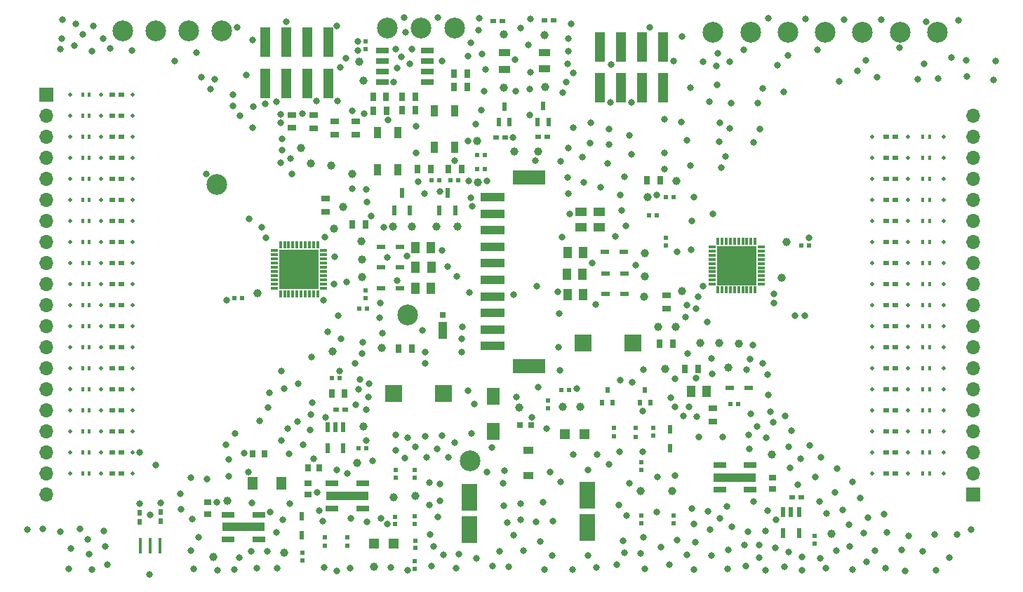
<source format=gbr>
%TF.GenerationSoftware,KiCad,Pcbnew,(6.0.6)*%
%TF.CreationDate,2023-08-16T17:32:26+09:00*%
%TF.ProjectId,TestBoard,54657374-426f-4617-9264-2e6b69636164,rev?*%
%TF.SameCoordinates,PX6c56600PY7f867c0*%
%TF.FileFunction,Soldermask,Top*%
%TF.FilePolarity,Negative*%
%FSLAX46Y46*%
G04 Gerber Fmt 4.6, Leading zero omitted, Abs format (unit mm)*
G04 Created by KiCad (PCBNEW (6.0.6)) date 2023-08-16 17:32:26*
%MOMM*%
%LPD*%
G01*
G04 APERTURE LIST*
%ADD10R,0.650000X0.700000*%
%ADD11R,0.600000X0.620000*%
%ADD12R,0.620000X0.600000*%
%ADD13R,0.750000X0.940000*%
%ADD14R,0.940000X0.750000*%
%ADD15R,0.900000X1.450000*%
%ADD16R,1.150000X1.150000*%
%ADD17R,1.200000X0.850000*%
%ADD18R,4.700000X4.700000*%
%ADD19R,0.850000X0.300000*%
%ADD20R,0.300000X0.850000*%
%ADD21R,0.800000X1.000000*%
%ADD22R,1.000000X0.800000*%
%ADD23R,1.000000X1.400000*%
%ADD24R,2.000000X2.000000*%
%ADD25R,1.100000X0.500000*%
%ADD26R,0.500000X1.100000*%
%ADD27R,1.528000X0.650000*%
%ADD28R,0.500000X1.000000*%
%ADD29R,1.270000X3.680000*%
%ADD30C,1.000000*%
%ADD31C,0.500000*%
%ADD32C,2.500000*%
%ADD33R,1.500000X0.700000*%
%ADD34R,5.200000X1.000000*%
%ADD35R,1.700000X1.700000*%
%ADD36O,1.700000X1.700000*%
%ADD37R,3.000000X1.000000*%
%ADD38R,4.000000X1.800000*%
%ADD39R,1.850000X3.250000*%
%ADD40R,0.400000X1.900000*%
%ADD41R,1.550000X2.000000*%
%ADD42R,0.500000X0.650000*%
%ADD43R,1.250000X1.500000*%
%ADD44R,0.500000X0.475000*%
%ADD45R,1.450000X0.950000*%
%ADD46R,0.800000X0.800000*%
%ADD47R,1.100000X2.000000*%
%ADD48R,0.400000X0.500000*%
%ADD49R,0.700000X0.600000*%
%ADD50R,0.600000X0.700000*%
%ADD51R,1.400000X1.000000*%
%ADD52R,0.600000X1.250000*%
%ADD53R,0.600000X1.200000*%
%ADD54C,0.800000*%
G04 APERTURE END LIST*
D10*
%TO.C,FB1*%
X62530000Y18820000D03*
X61180000Y18820000D03*
%TD*%
D11*
%TO.C,C22*%
X56950000Y51450000D03*
X56030000Y51450000D03*
%TD*%
D12*
%TO.C,C4*%
X48550000Y1470000D03*
X48550000Y2390000D03*
%TD*%
%TO.C,C5*%
X64580000Y21770000D03*
X64580000Y20850000D03*
%TD*%
D11*
%TO.C,C6*%
X67170000Y23070000D03*
X66250000Y23070000D03*
%TD*%
D12*
%TO.C,C7*%
X48500000Y12490000D03*
X48500000Y13410000D03*
%TD*%
%TO.C,C8*%
X48520000Y6910000D03*
X48520000Y7830000D03*
%TD*%
%TO.C,C9*%
X75840000Y13410000D03*
X75840000Y14330000D03*
%TD*%
%TO.C,C10*%
X75860000Y7010000D03*
X75860000Y7930000D03*
%TD*%
%TO.C,C11*%
X46210000Y12500000D03*
X46210000Y13420000D03*
%TD*%
%TO.C,C12*%
X46130000Y6850000D03*
X46130000Y7770000D03*
%TD*%
%TO.C,C19*%
X77340000Y18470000D03*
X77340000Y17550000D03*
%TD*%
%TO.C,C14*%
X79750000Y6960000D03*
X79750000Y7880000D03*
%TD*%
D11*
%TO.C,C15*%
X52870000Y48400000D03*
X53790000Y48400000D03*
%TD*%
%TO.C,C16*%
X50590000Y48400000D03*
X51510000Y48400000D03*
%TD*%
%TO.C,C17*%
X87540000Y21410000D03*
X86620000Y21410000D03*
%TD*%
%TO.C,C20*%
X56950000Y49760000D03*
X56030000Y49760000D03*
%TD*%
D12*
%TO.C,C18*%
X34990000Y2470000D03*
X34990000Y3390000D03*
%TD*%
%TO.C,C3*%
X48610000Y3970000D03*
X48610000Y4890000D03*
%TD*%
D13*
%TO.C,C21*%
X35620000Y13700000D03*
X37020000Y13700000D03*
%TD*%
%TO.C,C26*%
X28995000Y15360000D03*
X30395000Y15360000D03*
%TD*%
D14*
%TO.C,C25*%
X91715000Y12520000D03*
X91715000Y11120000D03*
%TD*%
%TO.C,C24*%
X23570000Y9490000D03*
X23570000Y8090000D03*
%TD*%
%TO.C,C23*%
X35645000Y10440000D03*
X35645000Y11840000D03*
%TD*%
D15*
%TO.C,FL2*%
X50885000Y52350000D03*
X50885000Y56800000D03*
X53385000Y56800000D03*
X53385000Y52350000D03*
%TD*%
%TO.C,FL1*%
X44015000Y49660000D03*
X44015000Y54110000D03*
X46515000Y54110000D03*
X46515000Y49660000D03*
%TD*%
D16*
%TO.C,R2*%
X69000000Y17760000D03*
X66650000Y17760000D03*
%TD*%
%TO.C,R1*%
X43640000Y4550000D03*
X45990000Y4550000D03*
%TD*%
D17*
%TO.C,Z1*%
X62225000Y12730000D03*
X62225000Y15780000D03*
%TD*%
D18*
%TO.C,IC6*%
X34565000Y37625000D03*
D19*
X37515000Y39875000D03*
X37515000Y39375000D03*
X37515000Y38875000D03*
X37515000Y38375000D03*
X37515000Y37875000D03*
X37515000Y37375000D03*
X37515000Y36875000D03*
X37515000Y36375000D03*
X37515000Y35875000D03*
X37515000Y35375000D03*
D20*
X36815000Y34675000D03*
X36315000Y34675000D03*
X35815000Y34675000D03*
X35315000Y34675000D03*
X34815000Y34675000D03*
X34315000Y34675000D03*
X33815000Y34675000D03*
X33315000Y34675000D03*
X32815000Y34675000D03*
X32315000Y34675000D03*
D19*
X31615000Y35375000D03*
X31615000Y35875000D03*
X31615000Y36375000D03*
X31615000Y36875000D03*
X31615000Y37375000D03*
X31615000Y37875000D03*
X31615000Y38375000D03*
X31615000Y38875000D03*
X31615000Y39375000D03*
X31615000Y39875000D03*
D20*
X32315000Y40575000D03*
X32815000Y40575000D03*
X33315000Y40575000D03*
X33815000Y40575000D03*
X34315000Y40575000D03*
X34815000Y40575000D03*
X35315000Y40575000D03*
X35815000Y40575000D03*
X36315000Y40575000D03*
X36815000Y40575000D03*
%TD*%
%TO.C,IC5*%
X85105000Y35135000D03*
X85605000Y35135000D03*
X86105000Y35135000D03*
X86605000Y35135000D03*
X87105000Y35135000D03*
X87605000Y35135000D03*
X88105000Y35135000D03*
X88605000Y35135000D03*
X89105000Y35135000D03*
X89605000Y35135000D03*
D19*
X90305000Y35835000D03*
X90305000Y36335000D03*
X90305000Y36835000D03*
X90305000Y37335000D03*
X90305000Y37835000D03*
X90305000Y38335000D03*
X90305000Y38835000D03*
X90305000Y39335000D03*
X90305000Y39835000D03*
X90305000Y40335000D03*
D20*
X89605000Y41035000D03*
X89105000Y41035000D03*
X88605000Y41035000D03*
X88105000Y41035000D03*
X87605000Y41035000D03*
X87105000Y41035000D03*
X86605000Y41035000D03*
X86105000Y41035000D03*
X85605000Y41035000D03*
X85105000Y41035000D03*
D19*
X84405000Y40335000D03*
X84405000Y39835000D03*
X84405000Y39335000D03*
X84405000Y38835000D03*
X84405000Y38335000D03*
X84405000Y37835000D03*
X84405000Y37335000D03*
X84405000Y36835000D03*
X84405000Y36335000D03*
X84405000Y35835000D03*
D18*
X87355000Y38085000D03*
%TD*%
D21*
%TO.C,R11*%
X46980000Y56860000D03*
X48580000Y56860000D03*
%TD*%
%TO.C,R12*%
X43530000Y56780000D03*
X45130000Y56780000D03*
%TD*%
%TO.C,R13*%
X46970000Y58470000D03*
X48570000Y58470000D03*
%TD*%
%TO.C,R14*%
X45080000Y58450000D03*
X43480000Y58450000D03*
%TD*%
%TO.C,R16*%
X53290000Y59660000D03*
X54890000Y59660000D03*
%TD*%
D22*
%TO.C,R17*%
X38840000Y53860000D03*
X38840000Y55460000D03*
%TD*%
%TO.C,R18*%
X41420000Y53890000D03*
X41420000Y55490000D03*
%TD*%
D21*
%TO.C,R19*%
X76550000Y48350000D03*
X78150000Y48350000D03*
%TD*%
%TO.C,R20*%
X82700000Y25590000D03*
X81100000Y25590000D03*
%TD*%
%TO.C,R21*%
X48140000Y28070000D03*
X46540000Y28070000D03*
%TD*%
D22*
%TO.C,R22*%
X36330000Y54650000D03*
X36330000Y56250000D03*
%TD*%
%TO.C,R23*%
X33720000Y54690000D03*
X33720000Y56290000D03*
%TD*%
D21*
%TO.C,R24*%
X79650000Y28660000D03*
X78050000Y28660000D03*
%TD*%
D22*
%TO.C,R25*%
X37790000Y44540000D03*
X37790000Y46140000D03*
%TD*%
D21*
%TO.C,R26*%
X40090000Y22680000D03*
X38490000Y22680000D03*
%TD*%
%TO.C,R28*%
X42590000Y43030000D03*
X40990000Y43030000D03*
%TD*%
D22*
%TO.C,R27*%
X78940000Y32920000D03*
X78940000Y34520000D03*
%TD*%
D21*
%TO.C,R15*%
X53290000Y61280000D03*
X54890000Y61280000D03*
%TD*%
D22*
%TO.C,R7*%
X84490000Y20840000D03*
X84490000Y19240000D03*
%TD*%
D21*
%TO.C,R9*%
X52550000Y49760000D03*
X54150000Y49760000D03*
%TD*%
%TO.C,R10*%
X48840000Y49770000D03*
X50440000Y49770000D03*
%TD*%
D23*
%TO.C,R5*%
X83760000Y22880000D03*
X81860000Y22880000D03*
%TD*%
D24*
%TO.C,S2*%
X45975000Y22635000D03*
X51975000Y22635000D03*
%TD*%
%TO.C,S1*%
X74815000Y28735000D03*
X68815000Y28735000D03*
%TD*%
D25*
%TO.C,Z10*%
X44425000Y35350000D03*
X46725000Y35350000D03*
%TD*%
%TO.C,Z9*%
X44445000Y37860000D03*
X46745000Y37860000D03*
%TD*%
%TO.C,Z8*%
X73775000Y39730000D03*
X71475000Y39730000D03*
%TD*%
%TO.C,Z7*%
X44435000Y40370000D03*
X46735000Y40370000D03*
%TD*%
%TO.C,Z6*%
X73815000Y37150000D03*
X71515000Y37150000D03*
%TD*%
%TO.C,Z5*%
X73825000Y34620000D03*
X71525000Y34620000D03*
%TD*%
D26*
%TO.C,Z4*%
X79335000Y18330000D03*
X79335000Y16030000D03*
%TD*%
%TO.C,Z3*%
X34905000Y7820000D03*
X34905000Y5520000D03*
%TD*%
D25*
%TO.C,Z2*%
X88825000Y23330000D03*
X86525000Y23330000D03*
%TD*%
D27*
%TO.C,IC4*%
X50026000Y64055000D03*
X50026000Y62785000D03*
X50026000Y61515000D03*
X50026000Y60245000D03*
X44604000Y60245000D03*
X44604000Y61515000D03*
X44604000Y62785000D03*
X44604000Y64055000D03*
%TD*%
D28*
%TO.C,Q1*%
X64025000Y57315000D03*
X64675000Y55415000D03*
X63375000Y55415000D03*
%TD*%
%TO.C,Q2*%
X59335000Y57305000D03*
X59985000Y55405000D03*
X58685000Y55405000D03*
%TD*%
D29*
%TO.C,J2*%
X30460000Y60100000D03*
X30460000Y65050000D03*
X33000000Y60100000D03*
X33000000Y65050000D03*
X35540000Y60100000D03*
X35540000Y65050000D03*
X38080000Y60100000D03*
X38080000Y65050000D03*
%TD*%
%TO.C,J1*%
X70860000Y59530000D03*
X70860000Y64480000D03*
X73400000Y59530000D03*
X73400000Y64480000D03*
X75940000Y59530000D03*
X75940000Y64480000D03*
X78480000Y59530000D03*
X78480000Y64480000D03*
%TD*%
D30*
%TO.C,TP185*%
X92820000Y36570000D03*
%TD*%
D31*
%TO.C,TP70*%
X103690000Y43500000D03*
%TD*%
%TO.C,TP69*%
X103690000Y38420000D03*
%TD*%
%TO.C,TP143*%
X112350000Y38420000D03*
%TD*%
%TO.C,TP144*%
X112350000Y43500000D03*
%TD*%
D30*
%TO.C,TP61*%
X93370000Y40920000D03*
%TD*%
%TO.C,TP58*%
X34840000Y52290000D03*
%TD*%
%TO.C,TP180*%
X60500000Y51810000D03*
%TD*%
%TO.C,TP141*%
X80800000Y34990000D03*
%TD*%
%TO.C,TP142*%
X38790000Y42570000D03*
%TD*%
%TO.C,TP25*%
X98770000Y5680000D03*
%TD*%
%TO.C,TP22*%
X56050000Y53110000D03*
%TD*%
%TO.C,TP15*%
X66400000Y20990000D03*
%TD*%
%TO.C,TP14*%
X43610000Y1740000D03*
%TD*%
%TO.C,TP13*%
X51170000Y42770000D03*
%TD*%
%TO.C,TP12*%
X53690000Y42810000D03*
%TD*%
%TO.C,TP52*%
X38580000Y27680000D03*
%TD*%
%TO.C,TP53*%
X83000000Y28720000D03*
%TD*%
%TO.C,TP7*%
X78780000Y25630000D03*
%TD*%
%TO.C,TP5*%
X48640000Y10260000D03*
%TD*%
%TO.C,TP23*%
X25880000Y9680000D03*
%TD*%
%TO.C,TP42*%
X39860000Y45190000D03*
%TD*%
%TO.C,TP41*%
X79990000Y30710000D03*
%TD*%
%TO.C,TP179*%
X63420000Y51860000D03*
%TD*%
D32*
%TO.C,TP56*%
X89041700Y66220000D03*
%TD*%
%TO.C,TP59*%
X24660000Y47890000D03*
%TD*%
%TO.C,TP21*%
X102576700Y66220000D03*
%TD*%
%TO.C,TP20*%
X17266500Y66450000D03*
%TD*%
%TO.C,TP39*%
X84530000Y66220000D03*
%TD*%
%TO.C,TP45*%
X13274800Y66450000D03*
%TD*%
%TO.C,TP44*%
X98065000Y66220000D03*
%TD*%
%TO.C,TP40*%
X49305000Y66730000D03*
%TD*%
D33*
%TO.C,IC1*%
X38560000Y11770000D03*
X38560000Y8790000D03*
X42240000Y8790000D03*
D34*
X40385000Y10280000D03*
D33*
X42240000Y11770000D03*
%TD*%
%TO.C,IC2*%
X88990000Y11000000D03*
X88990000Y13980000D03*
X85310000Y13980000D03*
D34*
X87165000Y12490000D03*
D33*
X85310000Y11000000D03*
%TD*%
%TO.C,IC3*%
X26000000Y8010000D03*
X26000000Y5030000D03*
X29680000Y5030000D03*
D34*
X27825000Y6520000D03*
D33*
X29680000Y8010000D03*
%TD*%
D35*
%TO.C,J3*%
X115900000Y10480000D03*
D36*
X115900000Y13020000D03*
X115900000Y15560000D03*
X115900000Y18100000D03*
X115900000Y20640000D03*
X115900000Y23180000D03*
X115900000Y25720000D03*
X115900000Y28260000D03*
X115900000Y30800000D03*
X115900000Y33340000D03*
X115900000Y35880000D03*
X115900000Y38420000D03*
X115900000Y40960000D03*
X115900000Y43500000D03*
X115900000Y46040000D03*
X115900000Y48580000D03*
X115900000Y51120000D03*
X115900000Y53660000D03*
X115900000Y56200000D03*
%TD*%
D35*
%TO.C,J4*%
X4090000Y58723800D03*
D36*
X4090000Y56183800D03*
X4090000Y53643800D03*
X4090000Y51103800D03*
X4090000Y48563800D03*
X4090000Y46023800D03*
X4090000Y43483800D03*
X4090000Y40943800D03*
X4090000Y38403800D03*
X4090000Y35863800D03*
X4090000Y33323800D03*
X4090000Y30783800D03*
X4090000Y28243800D03*
X4090000Y25703800D03*
X4090000Y23163800D03*
X4090000Y20623800D03*
X4090000Y18083800D03*
X4090000Y15543800D03*
X4090000Y13003800D03*
X4090000Y10463800D03*
%TD*%
D37*
%TO.C,U1*%
X57905000Y46355000D03*
X57905000Y44355000D03*
X57905000Y42355000D03*
X57905000Y40355000D03*
X57905000Y38355000D03*
X57905000Y36355000D03*
X57905000Y34355000D03*
X57905000Y32355000D03*
X57905000Y30355000D03*
X57905000Y28355000D03*
D38*
X62305000Y25955000D03*
X62305000Y48755000D03*
%TD*%
D39*
%TO.C,C2*%
X69385000Y10330000D03*
X69385000Y6430000D03*
%TD*%
%TO.C,C1*%
X55150000Y10075000D03*
X55150000Y6175000D03*
%TD*%
D11*
%TO.C,U14*%
X78850000Y46320000D03*
X79770000Y46320000D03*
%TD*%
%TO.C,U13*%
X41720000Y16050000D03*
X42640000Y16050000D03*
%TD*%
%TO.C,U23*%
X27690000Y34160000D03*
X26770000Y34160000D03*
%TD*%
D12*
%TO.C,U9*%
X96760000Y5470000D03*
X96760000Y4550000D03*
%TD*%
%TO.C,U12*%
X42560000Y65110000D03*
X42560000Y64190000D03*
%TD*%
D11*
%TO.C,U17*%
X38520000Y24460000D03*
X39440000Y24460000D03*
%TD*%
%TO.C,U22*%
X95140000Y40540000D03*
X96060000Y40540000D03*
%TD*%
%TO.C,U21*%
X41860000Y32860000D03*
X42780000Y32860000D03*
%TD*%
%TO.C,U20*%
X77750000Y44160000D03*
X76830000Y44160000D03*
%TD*%
D12*
%TO.C,U19*%
X42610000Y35080000D03*
X42610000Y34160000D03*
%TD*%
%TO.C,U18*%
X78820000Y40500000D03*
X78820000Y41420000D03*
%TD*%
D40*
%TO.C,U70*%
X15375000Y4245000D03*
X16575000Y4245000D03*
X17775000Y4245000D03*
%TD*%
D41*
%TO.C,U2*%
X58000000Y18060000D03*
X58000000Y22260000D03*
%TD*%
D42*
%TO.C,U5*%
X76975000Y21510000D03*
X75675000Y21510000D03*
X76325000Y23060000D03*
%TD*%
%TO.C,U7*%
X72435000Y21510000D03*
X71135000Y21510000D03*
X71785000Y23060000D03*
%TD*%
D43*
%TO.C,U8*%
X32410000Y11820000D03*
X28960000Y11820000D03*
%TD*%
D44*
%TO.C,R8*%
X75162500Y18452500D03*
X75162500Y17427500D03*
%TD*%
%TO.C,R6*%
X37712500Y4277500D03*
X37712500Y5302500D03*
%TD*%
%TO.C,R3*%
X40352500Y4257500D03*
X40352500Y5282500D03*
%TD*%
%TO.C,R4*%
X72542500Y18482500D03*
X72542500Y17457500D03*
%TD*%
D45*
%TO.C,LED1*%
X64155000Y61815000D03*
X64155000Y63815000D03*
%TD*%
%TO.C,LED2*%
X59375000Y61765000D03*
X59375000Y63765000D03*
%TD*%
D46*
%TO.C,U3*%
X51915000Y32145000D03*
D47*
X51915000Y30245000D03*
%TD*%
D48*
%TO.C,U74*%
X110645000Y48580000D03*
X109845000Y48580000D03*
%TD*%
%TO.C,U72*%
X110645000Y53660000D03*
X109845000Y53660000D03*
%TD*%
%TO.C,U71*%
X110645000Y15560000D03*
X109845000Y15560000D03*
%TD*%
%TO.C,U73*%
X110645000Y51120000D03*
X109845000Y51120000D03*
%TD*%
%TO.C,U106*%
X9235000Y58723800D03*
X8435000Y58723800D03*
%TD*%
%TO.C,U105*%
X9235000Y56183800D03*
X8435000Y56183800D03*
%TD*%
%TO.C,U104*%
X8435000Y53643800D03*
X9235000Y53643800D03*
%TD*%
%TO.C,U103*%
X8435000Y51103800D03*
X9235000Y51103800D03*
%TD*%
%TO.C,U102*%
X8435000Y48563800D03*
X9235000Y48563800D03*
%TD*%
%TO.C,U101*%
X8435000Y46023800D03*
X9235000Y46023800D03*
%TD*%
%TO.C,U100*%
X8435000Y43483800D03*
X9235000Y43483800D03*
%TD*%
%TO.C,U99*%
X8435000Y40943800D03*
X9235000Y40943800D03*
%TD*%
%TO.C,U98*%
X8435000Y38403800D03*
X9235000Y38403800D03*
%TD*%
%TO.C,U97*%
X8435000Y35863800D03*
X9235000Y35863800D03*
%TD*%
%TO.C,U96*%
X8435000Y33323800D03*
X9235000Y33323800D03*
%TD*%
%TO.C,U95*%
X9235000Y30783800D03*
X8435000Y30783800D03*
%TD*%
%TO.C,U94*%
X8435000Y28243800D03*
X9235000Y28243800D03*
%TD*%
%TO.C,U93*%
X8435000Y25703800D03*
X9235000Y25703800D03*
%TD*%
%TO.C,U92*%
X8435000Y23163800D03*
X9235000Y23163800D03*
%TD*%
%TO.C,U91*%
X8435000Y20623800D03*
X9235000Y20623800D03*
%TD*%
%TO.C,U90*%
X8435000Y18083800D03*
X9235000Y18083800D03*
%TD*%
%TO.C,U89*%
X8435000Y15543800D03*
X9235000Y15543800D03*
%TD*%
%TO.C,U88*%
X8435000Y13003800D03*
X9235000Y13003800D03*
%TD*%
%TO.C,U87*%
X110645000Y13020000D03*
X109845000Y13020000D03*
%TD*%
%TO.C,U86*%
X109845000Y18100000D03*
X110645000Y18100000D03*
%TD*%
%TO.C,U85*%
X109845000Y20640000D03*
X110645000Y20640000D03*
%TD*%
%TO.C,U84*%
X109845000Y23180000D03*
X110645000Y23180000D03*
%TD*%
%TO.C,U83*%
X109845000Y25720000D03*
X110645000Y25720000D03*
%TD*%
%TO.C,U82*%
X109845000Y28260000D03*
X110645000Y28260000D03*
%TD*%
%TO.C,U81*%
X109845000Y30800000D03*
X110645000Y30800000D03*
%TD*%
%TO.C,U80*%
X109845000Y33340000D03*
X110645000Y33340000D03*
%TD*%
%TO.C,U79*%
X110645000Y35880000D03*
X109845000Y35880000D03*
%TD*%
%TO.C,U78*%
X110645000Y38420000D03*
X109845000Y38420000D03*
%TD*%
%TO.C,U77*%
X110645000Y40960000D03*
X109845000Y40960000D03*
%TD*%
%TO.C,U76*%
X110645000Y43500000D03*
X109845000Y43500000D03*
%TD*%
%TO.C,U75*%
X110645000Y46040000D03*
X109845000Y46040000D03*
%TD*%
D49*
%TO.C,U110*%
X57960000Y67590000D03*
X59060000Y67590000D03*
%TD*%
%TO.C,U109*%
X65290000Y67700000D03*
X64190000Y67700000D03*
%TD*%
%TO.C,U108*%
X59410000Y53580000D03*
X58310000Y53580000D03*
%TD*%
%TO.C,U107*%
X64510000Y53590000D03*
X63410000Y53590000D03*
%TD*%
%TO.C,U69*%
X13110000Y58723800D03*
X12010000Y58723800D03*
%TD*%
%TO.C,U68*%
X13110000Y56183800D03*
X12010000Y56183800D03*
%TD*%
%TO.C,U67*%
X12010000Y53643800D03*
X13110000Y53643800D03*
%TD*%
%TO.C,U66*%
X12010000Y51103800D03*
X13110000Y51103800D03*
%TD*%
%TO.C,U65*%
X12010000Y48563800D03*
X13110000Y48563800D03*
%TD*%
%TO.C,U64*%
X12010000Y46023800D03*
X13110000Y46023800D03*
%TD*%
%TO.C,U63*%
X12010000Y43483800D03*
X13110000Y43483800D03*
%TD*%
%TO.C,U62*%
X12010000Y40943800D03*
X13110000Y40943800D03*
%TD*%
%TO.C,U61*%
X12010000Y38403800D03*
X13110000Y38403800D03*
%TD*%
%TO.C,U60*%
X12010000Y35863800D03*
X13110000Y35863800D03*
%TD*%
%TO.C,U59*%
X12010000Y33323800D03*
X13110000Y33323800D03*
%TD*%
%TO.C,U58*%
X13110000Y30783800D03*
X12010000Y30783800D03*
%TD*%
%TO.C,U57*%
X12010000Y28243800D03*
X13110000Y28243800D03*
%TD*%
%TO.C,U56*%
X12010000Y25703800D03*
X13110000Y25703800D03*
%TD*%
%TO.C,U55*%
X12010000Y23163800D03*
X13110000Y23163800D03*
%TD*%
%TO.C,U54*%
X12010000Y20623800D03*
X13110000Y20623800D03*
%TD*%
%TO.C,U53*%
X12010000Y18083800D03*
X13110000Y18083800D03*
%TD*%
%TO.C,U52*%
X13110000Y15543800D03*
X12010000Y15543800D03*
%TD*%
%TO.C,U51*%
X12010000Y13003800D03*
X13110000Y13003800D03*
%TD*%
%TO.C,U50*%
X106540000Y13020000D03*
X105440000Y13020000D03*
%TD*%
%TO.C,U49*%
X106540000Y18100000D03*
X105440000Y18100000D03*
%TD*%
%TO.C,U48*%
X106540000Y20640000D03*
X105440000Y20640000D03*
%TD*%
%TO.C,U47*%
X106540000Y23180000D03*
X105440000Y23180000D03*
%TD*%
%TO.C,U46*%
X106540000Y25720000D03*
X105440000Y25720000D03*
%TD*%
%TO.C,U45*%
X106540000Y28260000D03*
X105440000Y28260000D03*
%TD*%
%TO.C,U44*%
X105440000Y30800000D03*
X106540000Y30800000D03*
%TD*%
%TO.C,U43*%
X105440000Y33340000D03*
X106540000Y33340000D03*
%TD*%
%TO.C,U42*%
X105440000Y35880000D03*
X106540000Y35880000D03*
%TD*%
%TO.C,U41*%
X105440000Y38420000D03*
X106540000Y38420000D03*
%TD*%
%TO.C,U40*%
X105440000Y40960000D03*
X106540000Y40960000D03*
%TD*%
%TO.C,U39*%
X105440000Y43500000D03*
X106540000Y43500000D03*
%TD*%
%TO.C,U38*%
X105440000Y46040000D03*
X106540000Y46040000D03*
%TD*%
%TO.C,U37*%
X105440000Y48580000D03*
X106540000Y48580000D03*
%TD*%
%TO.C,U36*%
X106540000Y51120000D03*
X105440000Y51120000D03*
%TD*%
%TO.C,U35*%
X106540000Y15560000D03*
X105440000Y15560000D03*
%TD*%
%TO.C,U34*%
X106540000Y53660000D03*
X105440000Y53660000D03*
%TD*%
D50*
%TO.C,U33*%
X15370000Y8280000D03*
X15370000Y7180000D03*
%TD*%
%TO.C,U32*%
X17900000Y7220000D03*
X17900000Y8320000D03*
%TD*%
D49*
%TO.C,U16*%
X40170000Y20650000D03*
X39070000Y20650000D03*
%TD*%
%TO.C,U11*%
X95150000Y10070000D03*
X94050000Y10070000D03*
%TD*%
D23*
%TO.C,U29*%
X50520000Y37870000D03*
X48620000Y37870000D03*
%TD*%
%TO.C,U28*%
X68760000Y37070000D03*
X66860000Y37070000D03*
%TD*%
%TO.C,U27*%
X68850000Y34580000D03*
X66950000Y34580000D03*
%TD*%
%TO.C,U26*%
X48590000Y40280000D03*
X50490000Y40280000D03*
%TD*%
D51*
%TO.C,U25*%
X70780000Y44590000D03*
X70780000Y42690000D03*
%TD*%
%TO.C,U24*%
X68580000Y42670000D03*
X68580000Y44570000D03*
%TD*%
D23*
%TO.C,U31*%
X50500000Y35330000D03*
X48600000Y35330000D03*
%TD*%
%TO.C,U30*%
X68860000Y39670000D03*
X66960000Y39670000D03*
%TD*%
D52*
%TO.C,U6*%
X51510000Y44775000D03*
X53410000Y44775000D03*
X52460000Y46875000D03*
%TD*%
%TO.C,U4*%
X46055000Y44720000D03*
X47955000Y44720000D03*
X47005000Y46820000D03*
%TD*%
D53*
%TO.C,U10*%
X94880000Y8290000D03*
X93930000Y8290000D03*
X92980000Y8290000D03*
X92980000Y5790000D03*
X94880000Y5790000D03*
%TD*%
%TO.C,U15*%
X39900000Y18540000D03*
X38950000Y18540000D03*
X38000000Y18540000D03*
X38000000Y16040000D03*
X39900000Y16040000D03*
%TD*%
D31*
%TO.C,TP115*%
X108060000Y25720000D03*
%TD*%
%TO.C,TP114*%
X108060000Y28260000D03*
%TD*%
%TO.C,TP113*%
X108060000Y30800000D03*
%TD*%
%TO.C,TP112*%
X108060000Y33340000D03*
%TD*%
%TO.C,TP111*%
X108060000Y40960000D03*
%TD*%
%TO.C,TP110*%
X108060000Y46040000D03*
%TD*%
%TO.C,TP109*%
X108060000Y48580000D03*
%TD*%
%TO.C,TP108*%
X108060000Y51120000D03*
%TD*%
%TO.C,TP107*%
X108060000Y53660000D03*
%TD*%
%TO.C,TP106*%
X108060000Y43500000D03*
%TD*%
%TO.C,TP105*%
X108060000Y38420000D03*
%TD*%
%TO.C,TP104*%
X14480000Y58723800D03*
%TD*%
%TO.C,TP103*%
X14480000Y56183800D03*
%TD*%
%TO.C,TP102*%
X14480000Y53643800D03*
%TD*%
%TO.C,TP101*%
X14480000Y51103800D03*
%TD*%
%TO.C,TP100*%
X14480000Y48563800D03*
%TD*%
%TO.C,TP99*%
X14480000Y46023800D03*
%TD*%
%TO.C,TP98*%
X14480000Y18083800D03*
%TD*%
%TO.C,TP97*%
X14480000Y43483800D03*
%TD*%
%TO.C,TP96*%
X14480000Y40943800D03*
%TD*%
%TO.C,TP95*%
X14480000Y38403800D03*
%TD*%
%TO.C,TP94*%
X14480000Y35863800D03*
%TD*%
%TO.C,TP93*%
X14480000Y33323800D03*
%TD*%
%TO.C,TP92*%
X14480000Y28243800D03*
%TD*%
%TO.C,TP91*%
X14480000Y25703800D03*
%TD*%
%TO.C,TP90*%
X14480000Y23163800D03*
%TD*%
%TO.C,TP89*%
X14480000Y20623800D03*
%TD*%
%TO.C,TP88*%
X14480000Y15543800D03*
%TD*%
%TO.C,TP87*%
X14480000Y13003800D03*
%TD*%
%TO.C,TP86*%
X14480000Y30783800D03*
%TD*%
%TO.C,TP85*%
X103690000Y13020000D03*
%TD*%
%TO.C,TP84*%
X103690000Y15560000D03*
%TD*%
%TO.C,TP83*%
X103690000Y18100000D03*
%TD*%
%TO.C,TP82*%
X103690000Y20640000D03*
%TD*%
%TO.C,TP81*%
X103690000Y35880000D03*
%TD*%
%TO.C,TP80*%
X103690000Y23180000D03*
%TD*%
%TO.C,TP79*%
X103690000Y25720000D03*
%TD*%
%TO.C,TP78*%
X103690000Y28260000D03*
%TD*%
%TO.C,TP77*%
X103690000Y30800000D03*
%TD*%
%TO.C,TP76*%
X103690000Y33340000D03*
%TD*%
%TO.C,TP75*%
X103690000Y40960000D03*
%TD*%
%TO.C,TP74*%
X103690000Y46040000D03*
%TD*%
%TO.C,TP73*%
X103690000Y48580000D03*
%TD*%
%TO.C,TP72*%
X103690000Y51120000D03*
%TD*%
%TO.C,TP71*%
X103690000Y53660000D03*
%TD*%
%TO.C,TP161*%
X6920000Y13003800D03*
%TD*%
%TO.C,TP163*%
X6920000Y20623800D03*
%TD*%
%TO.C,TP164*%
X6920000Y23163800D03*
%TD*%
%TO.C,TP165*%
X6920000Y25703800D03*
%TD*%
%TO.C,TP166*%
X6920000Y28243800D03*
%TD*%
%TO.C,TP167*%
X6920000Y33323800D03*
%TD*%
%TO.C,TP168*%
X6920000Y35863800D03*
%TD*%
%TO.C,TP169*%
X6920000Y38403800D03*
%TD*%
%TO.C,TP170*%
X6920000Y40943800D03*
%TD*%
%TO.C,TP171*%
X6920000Y43483800D03*
%TD*%
%TO.C,TP172*%
X6920000Y18083800D03*
%TD*%
%TO.C,TP173*%
X6920000Y46023800D03*
%TD*%
%TO.C,TP174*%
X6920000Y48563800D03*
%TD*%
%TO.C,TP175*%
X6920000Y51103800D03*
%TD*%
%TO.C,TP176*%
X6920000Y53643800D03*
%TD*%
%TO.C,TP177*%
X6920000Y56183800D03*
%TD*%
%TO.C,TP178*%
X6920000Y58723800D03*
%TD*%
%TO.C,TP162*%
X6920000Y15543800D03*
%TD*%
%TO.C,TP117*%
X108060000Y35880000D03*
%TD*%
%TO.C,TP118*%
X108060000Y20640000D03*
%TD*%
%TO.C,TP119*%
X108060000Y18100000D03*
%TD*%
%TO.C,TP120*%
X108060000Y15560000D03*
%TD*%
%TO.C,TP121*%
X108060000Y13020000D03*
%TD*%
%TO.C,TP122*%
X10700000Y30783800D03*
%TD*%
%TO.C,TP123*%
X10700000Y13003800D03*
%TD*%
%TO.C,TP124*%
X10700000Y15543800D03*
%TD*%
%TO.C,TP125*%
X10700000Y20623800D03*
%TD*%
%TO.C,TP126*%
X10700000Y23163800D03*
%TD*%
%TO.C,TP127*%
X10700000Y25703800D03*
%TD*%
%TO.C,TP128*%
X10700000Y28243800D03*
%TD*%
%TO.C,TP129*%
X10700000Y33323800D03*
%TD*%
%TO.C,TP130*%
X10700000Y35863800D03*
%TD*%
%TO.C,TP131*%
X10700000Y38403800D03*
%TD*%
%TO.C,TP132*%
X10700000Y40943800D03*
%TD*%
%TO.C,TP133*%
X10700000Y43483800D03*
%TD*%
%TO.C,TP134*%
X10700000Y18083800D03*
%TD*%
%TO.C,TP135*%
X10700000Y46023800D03*
%TD*%
%TO.C,TP136*%
X10700000Y48563800D03*
%TD*%
%TO.C,TP137*%
X10700000Y51103800D03*
%TD*%
%TO.C,TP138*%
X10700000Y53643800D03*
%TD*%
%TO.C,TP139*%
X10700000Y56183800D03*
%TD*%
%TO.C,TP140*%
X10700000Y58723800D03*
%TD*%
%TO.C,TP145*%
X112350000Y53660000D03*
%TD*%
%TO.C,TP116*%
X108060000Y23180000D03*
%TD*%
%TO.C,TP146*%
X112350000Y51120000D03*
%TD*%
%TO.C,TP147*%
X112350000Y48580000D03*
%TD*%
%TO.C,TP148*%
X112350000Y46040000D03*
%TD*%
%TO.C,TP149*%
X112350000Y40960000D03*
%TD*%
%TO.C,TP150*%
X112350000Y33340000D03*
%TD*%
%TO.C,TP151*%
X112350000Y30800000D03*
%TD*%
%TO.C,TP152*%
X112350000Y28260000D03*
%TD*%
%TO.C,TP153*%
X112350000Y25720000D03*
%TD*%
%TO.C,TP154*%
X112350000Y23180000D03*
%TD*%
%TO.C,TP155*%
X112350000Y35880000D03*
%TD*%
%TO.C,TP156*%
X112350000Y20640000D03*
%TD*%
%TO.C,TP157*%
X112350000Y18100000D03*
%TD*%
%TO.C,TP158*%
X112350000Y15560000D03*
%TD*%
%TO.C,TP159*%
X112350000Y13020000D03*
%TD*%
%TO.C,TP160*%
X6920000Y30783800D03*
%TD*%
D30*
%TO.C,TP68*%
X42200000Y36690000D03*
%TD*%
%TO.C,TP67*%
X76270000Y39590000D03*
%TD*%
%TO.C,TP66*%
X42150000Y38830000D03*
%TD*%
%TO.C,TP65*%
X76300000Y36820000D03*
%TD*%
%TO.C,TP64*%
X42070000Y41040000D03*
%TD*%
%TO.C,TP63*%
X76180000Y34300000D03*
%TD*%
%TO.C,TP62*%
X29580000Y34770000D03*
%TD*%
%TO.C,TP10*%
X48160000Y42760000D03*
%TD*%
%TO.C,TP60*%
X68530000Y21010000D03*
%TD*%
%TO.C,TP32*%
X41790000Y62670000D03*
%TD*%
%TO.C,TP57*%
X36010000Y50400000D03*
%TD*%
%TO.C,TP55*%
X87650000Y28680000D03*
%TD*%
%TO.C,TP54*%
X85300000Y28710000D03*
%TD*%
%TO.C,TP31*%
X76610000Y46350000D03*
%TD*%
%TO.C,TP30*%
X42360000Y60430000D03*
%TD*%
%TO.C,TP24*%
X24250000Y2950000D03*
%TD*%
%TO.C,TP181*%
X64180000Y65940000D03*
%TD*%
%TO.C,TP18*%
X32760000Y3420000D03*
%TD*%
%TO.C,TP17*%
X56150000Y48150000D03*
%TD*%
%TO.C,TP182*%
X64250000Y59680000D03*
%TD*%
%TO.C,TP184*%
X59250000Y59590000D03*
%TD*%
%TO.C,TP19*%
X91650000Y15260000D03*
%TD*%
%TO.C,TP11*%
X45910000Y42750000D03*
%TD*%
%TO.C,TP183*%
X59310000Y65950000D03*
%TD*%
%TO.C,TP9*%
X79570000Y10910000D03*
%TD*%
%TO.C,TP8*%
X46010000Y10120000D03*
%TD*%
%TO.C,TP6*%
X75800000Y10840000D03*
%TD*%
%TO.C,TP2*%
X61130000Y20980000D03*
%TD*%
%TO.C,TP16*%
X86370000Y25730000D03*
%TD*%
%TO.C,TP43*%
X42350000Y18700000D03*
%TD*%
%TO.C,TP38*%
X44500000Y28130000D03*
%TD*%
%TO.C,TP37*%
X77930000Y30670000D03*
%TD*%
%TO.C,TP36*%
X40970000Y49110000D03*
%TD*%
%TO.C,TP35*%
X38420000Y50120000D03*
%TD*%
%TO.C,TP34*%
X80100000Y48290000D03*
%TD*%
%TO.C,TP33*%
X41610000Y14260000D03*
%TD*%
D32*
%TO.C,TP46*%
X107088300Y66220000D03*
%TD*%
%TO.C,TP1*%
X25250000Y66450000D03*
%TD*%
%TO.C,TP4*%
X47650000Y32080000D03*
%TD*%
%TO.C,TP47*%
X53370000Y66730000D03*
%TD*%
%TO.C,TP48*%
X93553300Y66220000D03*
%TD*%
%TO.C,TP49*%
X21258300Y66450000D03*
%TD*%
%TO.C,TP50*%
X111600000Y66220000D03*
%TD*%
%TO.C,TP51*%
X45240000Y66730000D03*
%TD*%
%TO.C,TP3*%
X55190000Y14550000D03*
%TD*%
D54*
X75220000Y38120000D03*
X69960000Y38380000D03*
X45220000Y39080000D03*
X16530000Y780000D03*
X16590000Y8010000D03*
X68089700Y23250900D03*
X28560000Y43760000D03*
X39080000Y67020000D03*
X51820000Y62760000D03*
X22150000Y63810000D03*
X19530000Y62790000D03*
X35000000Y56430000D03*
X44590000Y29950000D03*
X63270000Y35580000D03*
X60490000Y34590000D03*
X81170000Y31860000D03*
X82510000Y32920000D03*
X81350000Y33330000D03*
X82710000Y34340000D03*
X62500000Y67810000D03*
X56270000Y67910000D03*
X47240000Y68000000D03*
X51270000Y68040000D03*
X42410000Y56430000D03*
X32350000Y50510000D03*
X33740000Y49160000D03*
X33560000Y51030000D03*
X32498436Y52000252D03*
X32500000Y53410000D03*
X26570000Y57370000D03*
X28970000Y54750000D03*
X26554357Y58673576D03*
X27450000Y56150000D03*
X24420000Y60580000D03*
X23860000Y59410000D03*
X22740000Y60810000D03*
X14419641Y64071215D03*
X11740000Y64280000D03*
X5760000Y64200000D03*
X9567810Y63987563D03*
X7430000Y64660000D03*
X10948072Y65493303D03*
X8480000Y66000000D03*
X5970763Y65451477D03*
X6010000Y67790000D03*
X7640000Y67290000D03*
X9740000Y67000000D03*
X39570000Y62010000D03*
X40200000Y63120000D03*
X56620000Y63630000D03*
X46220000Y64220000D03*
X47890000Y62460000D03*
X46420000Y61930000D03*
X48140000Y64190000D03*
X46950000Y63320000D03*
X48650000Y54930000D03*
X49680000Y46730000D03*
X48900000Y48210000D03*
X48650000Y51720000D03*
X42650000Y47250000D03*
X42780000Y45720000D03*
X39310000Y32000000D03*
X44250000Y31810000D03*
X44380000Y33540000D03*
X54160000Y29230000D03*
X49790000Y27630000D03*
X42280000Y28850000D03*
X41360000Y26260000D03*
X39630000Y29240000D03*
X42194498Y27456523D03*
X36090000Y27010000D03*
X34441941Y23848912D03*
X31002904Y22714959D03*
X29790000Y19310000D03*
X32790000Y23200000D03*
X35980000Y20090000D03*
X33200000Y18430000D03*
X35040000Y16420000D03*
X33370000Y15360000D03*
X35930000Y18260000D03*
X36153514Y21549568D03*
X34370000Y19290000D03*
X32444930Y16948694D03*
X26840000Y17790000D03*
X30800000Y20960000D03*
X26075768Y14659568D03*
X26050000Y12620000D03*
X23430000Y12350000D03*
X25770000Y16420000D03*
X21670000Y7470000D03*
X21470000Y3640000D03*
X11400000Y2000000D03*
X11146522Y4175479D03*
X10979218Y6015828D03*
X9100000Y5010000D03*
X9600000Y1410000D03*
X9222520Y3255304D03*
X6800000Y1460000D03*
X8140000Y6270000D03*
X3660000Y6310000D03*
X7005736Y3924522D03*
X1819296Y6224959D03*
X5790000Y5930000D03*
X21534369Y12513018D03*
X20251702Y10505364D03*
X20307470Y8637130D03*
X28840000Y9450000D03*
X24740000Y1320000D03*
X22400000Y5310000D03*
X21870000Y1460000D03*
X26800000Y1400000D03*
X39150459Y1233276D03*
X45680000Y1600000D03*
X40770000Y1540000D03*
X37610000Y1630000D03*
X31890000Y1560000D03*
X29451843Y1540712D03*
X28800000Y3570000D03*
X30770000Y3600000D03*
X31870000Y5840000D03*
X32640000Y7390000D03*
X33460000Y9330000D03*
X86680000Y57720000D03*
X84970000Y59890000D03*
X81810000Y59580000D03*
X42730000Y7120000D03*
X40780000Y7600000D03*
X37430000Y7250000D03*
X36990000Y8520000D03*
X43450000Y14520000D03*
X40400000Y12970000D03*
X39160000Y13440000D03*
X43016945Y23794002D03*
X42960000Y22200000D03*
X42654452Y20670985D03*
X41399668Y21256551D03*
X41734277Y23124784D03*
X41900000Y24350000D03*
X54940000Y22990000D03*
X64420000Y18430000D03*
X57830000Y16120000D03*
X55720000Y21370000D03*
X55340000Y17820000D03*
X52620000Y14930000D03*
X53320000Y16720000D03*
X51790000Y17530000D03*
X49820869Y17441744D03*
X49990000Y14930000D03*
X47690000Y17270000D03*
X47350000Y14850000D03*
X51201131Y15936003D03*
X48570000Y16230000D03*
X46220000Y15810000D03*
X46270000Y17610000D03*
X51540000Y11710000D03*
X50280000Y11880000D03*
X51570000Y9650000D03*
X51290000Y7700000D03*
X50282750Y9203018D03*
X53840000Y3210000D03*
X50520000Y1840000D03*
X50410000Y5640000D03*
X50830000Y4210000D03*
X51970000Y3130000D03*
X53530000Y1590000D03*
X57880000Y1790000D03*
X55930000Y2710000D03*
X59890000Y1730000D03*
X58730000Y3600000D03*
X61660220Y3631914D03*
X64140000Y1400000D03*
X70420000Y1650000D03*
X67540000Y1350000D03*
X73820000Y3380000D03*
X72906734Y1943687D03*
X69470000Y3110000D03*
X65140000Y3040000D03*
X65210000Y7220000D03*
X59698091Y7096518D03*
X60450961Y5548952D03*
X61287483Y7431127D03*
X63169659Y7180171D03*
X63713399Y4754255D03*
X64048008Y9480608D03*
X61287483Y9313303D03*
X59280000Y9100000D03*
X59190000Y11800000D03*
X59380000Y13360000D03*
X57265299Y13162291D03*
X66110000Y11930000D03*
X64830000Y13130000D03*
X76010000Y15650000D03*
X71970000Y14060000D03*
X69430000Y13440000D03*
X73250000Y15650000D03*
X70491361Y15256698D03*
X67620000Y15280000D03*
X85340000Y7560000D03*
X79930000Y12720000D03*
X74410000Y11830000D03*
X74100000Y7930000D03*
X73151674Y9153570D03*
X77840000Y12580000D03*
X77750000Y8340000D03*
X82240000Y6890000D03*
X80210000Y4970000D03*
X76140000Y5280000D03*
X73630000Y4860000D03*
X75772778Y3325796D03*
X76270000Y1460000D03*
X79230000Y2020000D03*
X81350000Y3130000D03*
X78200000Y4130000D03*
X81990000Y8790000D03*
X82210000Y1350000D03*
X82350000Y4690000D03*
X84300000Y3050000D03*
X84160000Y6200000D03*
X83940000Y8400000D03*
X86228316Y8985741D03*
X88486927Y1819531D03*
X88320000Y4360000D03*
X86810000Y6530000D03*
X86367736Y3771417D03*
X86284084Y1512806D03*
X90830000Y1320000D03*
X95260000Y1290000D03*
X90100000Y2820000D03*
X90100000Y4380000D03*
X90830000Y6030000D03*
X88770000Y5920000D03*
X91070000Y8540000D03*
X115070000Y62860000D03*
X118590000Y62780000D03*
X118390119Y60461942D03*
X115680000Y6250000D03*
X105137178Y8074484D03*
X97460000Y2740000D03*
X93611766Y3463653D03*
X93140000Y1710000D03*
X95229043Y2878087D03*
X92070000Y3970000D03*
X103030000Y2300000D03*
X99390000Y3680000D03*
X98135919Y1543036D03*
X101020000Y4220000D03*
X101360000Y1380000D03*
X104033403Y3634343D03*
X105290000Y1540000D03*
X107300000Y3720000D03*
X107710000Y1250000D03*
X109850000Y3630000D03*
X111390000Y1330000D03*
X113067847Y2839646D03*
X113990000Y5600000D03*
X111269323Y5600171D03*
X108090537Y5474692D03*
X102740000Y5810000D03*
X105460000Y5890000D03*
X103200000Y7650000D03*
X100938270Y6813128D03*
X98220000Y8150000D03*
X100190000Y8570000D03*
X102320000Y9990000D03*
X65880000Y28250000D03*
X65970000Y32300000D03*
X99240000Y10730000D03*
X101340000Y12010000D03*
X97350000Y9640000D03*
X96874609Y12598317D03*
X99500000Y13600000D03*
X94760000Y11650000D03*
X95120000Y14750000D03*
X97520000Y14910000D03*
X93780000Y13660000D03*
X93640000Y16200000D03*
X96150000Y16390000D03*
X90955160Y17327415D03*
X93185887Y19920635D03*
X93970000Y18160000D03*
X91790000Y19170000D03*
X88890000Y15990000D03*
X88835970Y17662024D03*
X89840000Y18640000D03*
X91480000Y20420000D03*
X82785124Y17383184D03*
X85690000Y17380000D03*
X89086927Y20171592D03*
X91210000Y22460000D03*
X91100000Y24890000D03*
X89300000Y28490000D03*
X88600000Y25510000D03*
X82590000Y19870000D03*
X80910000Y19930000D03*
X81639714Y21045622D03*
X79970000Y21050000D03*
X79440000Y22160000D03*
X90520000Y26300000D03*
X89010000Y26800000D03*
X83810000Y31240000D03*
X81470000Y27490000D03*
X79920000Y24420000D03*
X84390000Y24980000D03*
X84350000Y26910000D03*
X73290000Y24210000D03*
X74740000Y24020000D03*
X76130000Y25510000D03*
X63430000Y23370000D03*
X66050000Y25470000D03*
X54180000Y27640000D03*
X54260000Y30680000D03*
X53570000Y36740000D03*
X52480000Y37930000D03*
X66280000Y41540000D03*
X81970432Y43491942D03*
X84510000Y44350000D03*
X85510000Y49910000D03*
X82220000Y46370000D03*
X60700000Y59120000D03*
X62370956Y59395566D03*
X62450000Y61400000D03*
X62210000Y64700000D03*
X61290000Y66750000D03*
X56180000Y66500000D03*
X54970000Y63370000D03*
X57093247Y61789108D03*
X56930000Y59140000D03*
X56563449Y56881509D03*
X55920000Y55150000D03*
X66100000Y50650000D03*
X72750000Y41610000D03*
X67020000Y46800000D03*
X73970000Y42870000D03*
X73510000Y44710000D03*
X73340000Y46590000D03*
X78650000Y55750000D03*
X78690000Y49730000D03*
X78650000Y51690000D03*
X68950000Y48090000D03*
X73840000Y48780000D03*
X67030000Y52260000D03*
X66380000Y58930000D03*
X67640000Y61290000D03*
X66990000Y62390000D03*
X67067053Y63966244D03*
X67390000Y67290000D03*
X84910000Y62190000D03*
X89950000Y57700000D03*
X92267313Y62277507D03*
X93580000Y63480000D03*
X86520000Y62670000D03*
X85128988Y63727480D03*
X83344406Y62723653D03*
X114150000Y67700000D03*
X104860000Y67780000D03*
X100300000Y67740000D03*
X109250000Y60550000D03*
X89430000Y52980000D03*
X93070000Y59040000D03*
X85330000Y55280000D03*
X85300000Y53010000D03*
X81750000Y50130000D03*
X81370000Y53220000D03*
X80700000Y55400000D03*
X95670000Y67820000D03*
X91160000Y67900000D03*
X80780000Y65770000D03*
X55270000Y64980000D03*
X66810000Y60250000D03*
X67030000Y65470000D03*
X69741030Y55355125D03*
X74467382Y53807558D03*
X74718339Y51548947D03*
X71830000Y50380000D03*
X70995814Y47491813D03*
X66980000Y48700000D03*
X69657378Y52887383D03*
X68779029Y51130686D03*
X71999641Y52678253D03*
X71999641Y54560428D03*
X67690000Y54730000D03*
X90150000Y54600000D03*
X86011393Y51214338D03*
X86555133Y54644081D03*
X90528615Y59454085D03*
X101930000Y61580000D03*
X104327856Y60853855D03*
X99726982Y60351942D03*
X102933652Y62861509D03*
X111658518Y60626348D03*
X115115885Y60875997D03*
X113290000Y63210000D03*
X109970000Y62400000D03*
X62411100Y56280200D03*
X60363100Y53580000D03*
X27127100Y66832800D03*
X72209400Y62314900D03*
X81884000Y39972500D03*
X29048250Y57281750D03*
X30610000Y41410000D03*
X30020000Y42710000D03*
X28225000Y61105000D03*
X54945800Y53133300D03*
X45265000Y55663500D03*
X44789300Y42695700D03*
X55106600Y34852800D03*
X47581800Y39232500D03*
X65812500Y34892400D03*
X15310000Y9330000D03*
X15310000Y15550000D03*
X17900000Y9420000D03*
X17260000Y14020000D03*
X55500400Y45251400D03*
X46407400Y36242700D03*
X67257500Y44272600D03*
X51794500Y39898000D03*
X40957300Y56786700D03*
X32308900Y55278700D03*
X27380000Y2840000D03*
X38828300Y39174500D03*
X70378300Y33394700D03*
X63052500Y50741800D03*
X55295000Y46287600D03*
X43292500Y44093200D03*
X55045400Y48270000D03*
X53346300Y50751800D03*
X38044100Y30101100D03*
X40960400Y47322000D03*
X92122700Y7364900D03*
X77740800Y46628600D03*
X88250700Y64141400D03*
X91860000Y33590000D03*
X32365100Y56294800D03*
X37720000Y41480000D03*
X110270900Y67549100D03*
X76880000Y66866000D03*
X83355100Y35578900D03*
X28420000Y13189100D03*
X41647300Y64039400D03*
X36746100Y10738900D03*
X89410000Y9580000D03*
X82450000Y24485000D03*
X80207500Y39732500D03*
X74699800Y57811300D03*
X36702700Y57934900D03*
X40311600Y36092400D03*
X97120400Y64130300D03*
X72100200Y57811300D03*
X91881001Y34621001D03*
X39241300Y57934900D03*
X47418200Y66252100D03*
X84103500Y57868100D03*
X94410000Y31996700D03*
X23370000Y49170000D03*
X28970000Y65310000D03*
X44493500Y7585600D03*
X49485000Y30245000D03*
X60810100Y22223500D03*
X30460000Y57635500D03*
X107053200Y64364900D03*
X79717200Y62745700D03*
X95560000Y31996700D03*
X37540600Y33924700D03*
X31852300Y57842500D03*
X60663300Y62964800D03*
X62696200Y19781400D03*
X76009400Y20544400D03*
X31043700Y8298600D03*
X37756800Y19740500D03*
X96060000Y41460900D03*
X39440000Y25378100D03*
X25846900Y33862000D03*
X42640000Y17001900D03*
X33000000Y67514700D03*
X49760000Y26290000D03*
X38807000Y35875000D03*
X24666900Y9490000D03*
X27902800Y15448400D03*
X36320000Y14724000D03*
X41648300Y65137900D03*
X51532300Y47019700D03*
X45218700Y6850000D03*
X47638700Y1295000D03*
X57254700Y48329300D03*
X32426400Y25321600D03*
X45970500Y60245000D03*
M02*

</source>
